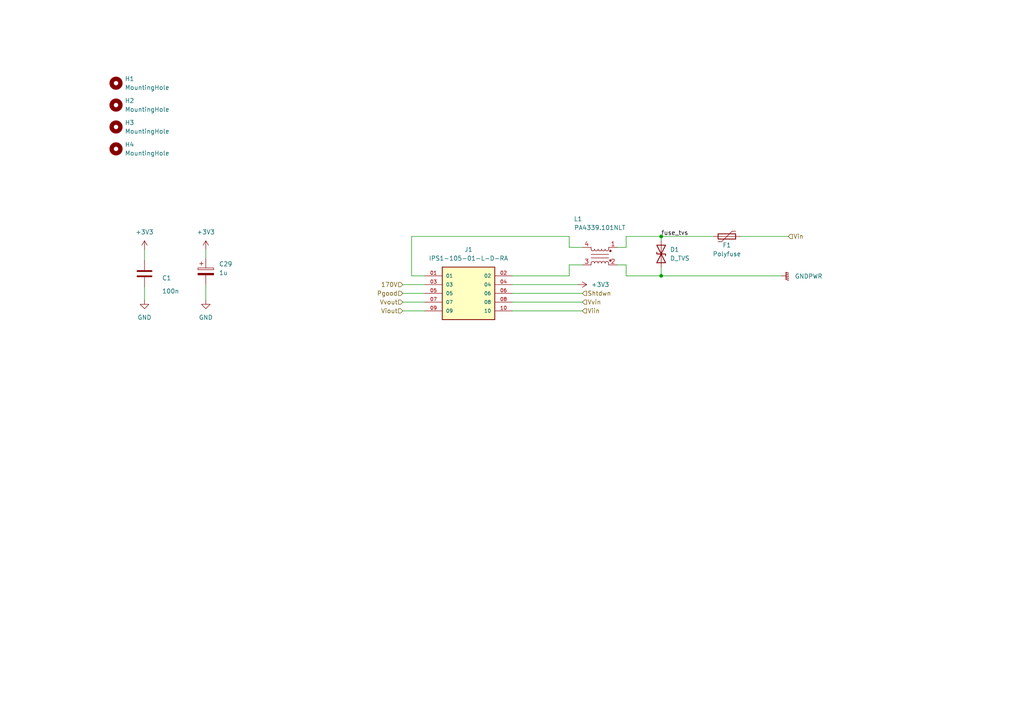
<source format=kicad_sch>
(kicad_sch (version 20230121) (generator eeschema)
  (paper "A4")
  (lib_symbols
    (symbol "Device:C" (pin_numbers hide) (pin_names (offset 0.254))
      (property "Reference" "C" (at 0.635 2.54 0))
      (property "Value" "C" (at 0.635 -2.54 0))
      (symbol "C_0_1"
        (polyline (pts (xy -2.032 -0.762) (xy 2.032 -0.762)) (stroke (width 0.508)))
        (polyline (pts (xy -2.032 0.762) (xy 2.032 0.762)) (stroke (width 0.508)))
      )
      (symbol "C_1_1"
        (pin passive line (at 0 3.81 270) (length 2.794) (name "~") (number "1"))
        (pin passive line (at 0 -3.81 90) (length 2.794) (name "~") (number "2"))
      )
    )
    (symbol "Device:C_Polarized" (pin_numbers hide) (pin_names (offset 0.254))
      (property "Reference" "C" (at 0.635 2.54 0))
      (property "Value" "C_Polarized" (at 0.635 -2.54 0))
      (symbol "C_Polarized_0_1"
        (rectangle (start -2.286 0.508) (end 2.286 1.016))
        (polyline (pts (xy -1.778 2.286) (xy -0.762 2.286)))
        (polyline (pts (xy -1.27 2.794) (xy -1.27 1.778)))
        (rectangle (start 2.286 -0.508) (end -2.286 -1.016) (fill (type outline)))
      )
      (symbol "C_Polarized_1_1"
        (pin passive line (at 0 3.81 270) (length 2.794) (name "~") (number "1"))
        (pin passive line (at 0 -3.81 90) (length 2.794) (name "~") (number "2"))
      )
    )
    (symbol "Device:D_TVS" (pin_numbers hide) (pin_names (offset 1.016) hide)
      (property "Reference" "D" (at 0 2.54 0))
      (property "Value" "D_TVS" (at 0 -2.54 0))
      (symbol "D_TVS_0_1"
        (polyline (pts (xy 1.27 0) (xy -1.27 0)))
        (polyline (pts (xy 0.508 1.27) (xy 0 1.27) (xy 0 -1.27) (xy -0.508 -1.27)) (stroke (width 0.254)))
        (polyline (pts (xy -2.54 1.27) (xy -2.54 -1.27) (xy 2.54 1.27) (xy 2.54 -1.27) (xy -2.54 1.27)) (stroke (width 0.254)))
      )
      (symbol "D_TVS_1_1"
        (pin passive line (at -3.81 0 0) (length 2.54) (name "A1") (number "1"))
        (pin passive line (at 3.81 0 180) (length 2.54) (name "A2") (number "2"))
      )
    )
    (symbol "Device:Polyfuse" (pin_numbers hide) (pin_names (offset 0))
      (property "Reference" "F" (at -2.54 0 90))
      (property "Value" "Polyfuse" (at 2.54 0 90))
      (symbol "Polyfuse_0_1"
        (rectangle (start -0.762 2.54) (end 0.762 -2.54) (stroke (width 0.254)))
        (polyline (pts (xy 0 2.54) (xy 0 -2.54)))
        (polyline (pts (xy -1.524 2.54) (xy -1.524 1.524) (xy 1.524 -1.524) (xy 1.524 -2.54)))
      )
      (symbol "Polyfuse_1_1"
        (pin passive line (at 0 3.81 270) (length 1.27) (name "~") (number "1"))
        (pin passive line (at 0 -3.81 90) (length 1.27) (name "~") (number "2"))
      )
    )
    (symbol "Mechanical:MountingHole" (pin_names (offset 1.016))
      (property "Reference" "H" (at 0 5.08 0))
      (property "Value" "MountingHole" (at 0 3.175 0))
      (symbol "MountingHole_0_1"
        (circle (center 0 0) (radius 1.27) (stroke (width 1.27)))
      )
    )
    (symbol "Nixie_PSU:IPS1-105-01-L-D-RA" (pin_names (offset 1.016))
      (property "Reference" "J" (at -8.12 7.62 0))
      (property "Value" "IPS1-105-01-L-D-RA" (at -7.62 -10.16 0))
      (symbol "IPS1-105-01-L-D-RA_0_0"
        (rectangle (start -7.62 -7.62) (end 7.62 7.62) (stroke (width 0.254)) (fill (type background)))
        (pin passive line (at -12.7 5.08 0) (length 5.08) (name "01") (number "01"))
        (pin passive line (at 12.7 5.08 180) (length 5.08) (name "02") (number "02"))
        (pin passive line (at -12.7 2.54 0) (length 5.08) (name "03") (number "03"))
        (pin passive line (at 12.7 2.54 180) (length 5.08) (name "04") (number "04"))
        (pin passive line (at -12.7 0 0) (length 5.08) (name "05") (number "05"))
        (pin passive line (at 12.7 0 180) (length 5.08) (name "06") (number "06"))
        (pin passive line (at -12.7 -2.54 0) (length 5.08) (name "07") (number "07"))
        (pin passive line (at 12.7 -2.54 180) (length 5.08) (name "08") (number "08"))
        (pin passive line (at -12.7 -5.08 0) (length 5.08) (name "09") (number "09"))
        (pin passive line (at 12.7 -5.08 180) (length 5.08) (name "10") (number "10"))
      )
    )
    (symbol "Nixie_PSU:PA4339.101NLT"
      (property "Reference" "L" (at 6.35 3.81 0))
      (symbol "PA4339.101NLT_1_1"
        (circle (center -3.048 -2.54) (radius 0.254) (fill (type outline)))
        (circle (center -3.048 0.254) (radius 0.254) (fill (type outline)))
        (arc (start -2.54 0.762) (mid -2.032 0.2562) (end -1.524 0.762))
        (arc (start -1.524 -3.302) (mid -2.032 -2.7962) (end -2.54 -3.302))
        (arc (start -1.524 0.762) (mid -1.016 0.2562) (end -0.508 0.762))
        (arc (start -0.508 -3.302) (mid -1.016 -2.7962) (end -1.524 -3.302))
        (arc (start -0.508 0.762) (mid 0 0.2562) (end 0.508 0.762))
        (polyline (pts (xy -2.54 -3.302) (xy -2.54 -3.81)))
        (polyline (pts (xy -2.54 -0.762) (xy 2.54 -0.762)))
        (polyline (pts (xy -2.54 0.762) (xy -2.54 1.27)))
        (polyline (pts (xy 2.54 -3.302) (xy 2.54 -3.81)))
        (polyline (pts (xy 2.54 -1.778) (xy -2.54 -1.778)))
        (polyline (pts (xy 2.54 1.27) (xy 2.54 0.762)))
        (arc (start 0.508 -3.302) (mid 0 -2.7962) (end -0.508 -3.302))
        (arc (start 0.508 0.762) (mid 1.016 0.2562) (end 1.524 0.762))
        (arc (start 1.524 -3.302) (mid 1.016 -2.7962) (end 0.508 -3.302))
        (arc (start 1.524 0.762) (mid 2.032 0.2562) (end 2.54 0.762))
        (arc (start 2.54 -3.302) (mid 2.032 -2.7962) (end 1.524 -3.302))
        (pin passive line (at -5.08 1.27 0) (length 2.54) (name "~") (number "1"))
        (pin passive line (at -5.08 -3.81 0) (length 2.54) (name "~") (number "2"))
        (pin passive line (at 5.08 -3.81 180) (length 2.54) (name "~") (number "3"))
        (pin passive line (at 5.08 1.27 180) (length 2.54) (name "~") (number "4"))
      )
    )
    (symbol "power:+3V3" (power) (pin_names (offset 0))
      (property "Value" "+3V3" (at 0 3.556 0))
      (symbol "+3V3_0_1"
        (polyline (pts (xy -0.762 1.27) (xy 0 2.54)))
        (polyline (pts (xy 0 0) (xy 0 2.54)))
        (polyline (pts (xy 0 2.54) (xy 0.762 1.27)))
      )
      (symbol "+3V3_1_1"
        (pin power_in line (at 0 0 90) (length 0) hide (name "+3V3") (number "1"))
      )
    )
    (symbol "power:GND" (power) (pin_names (offset 0))
      (property "Value" "GND" (at 0 -3.81 0))
      (symbol "GND_0_1"
        (polyline (pts (xy 0 0) (xy 0 -1.27) (xy 1.27 -1.27) (xy 0 -2.54) (xy -1.27 -1.27) (xy 0 -1.27)))
      )
      (symbol "GND_1_1"
        (pin power_in line (at 0 0 270) (length 0) hide (name "GND") (number "1"))
      )
    )
    (symbol "power:GNDPWR" (power) (pin_names (offset 0))
      (property "Value" "GNDPWR" (at 0 -3.302 0))
      (symbol "GNDPWR_0_1"
        (polyline (pts (xy 0 -1.27) (xy 0 0)))
        (polyline (pts (xy -1.016 -1.27) (xy -1.27 -2.032) (xy -1.27 -2.032)) (stroke (width 0.2032)))
        (polyline (pts (xy -0.508 -1.27) (xy -0.762 -2.032) (xy -0.762 -2.032)) (stroke (width 0.2032)))
        (polyline (pts (xy 0 -1.27) (xy -0.254 -2.032) (xy -0.254 -2.032)) (stroke (width 0.2032)))
        (polyline (pts (xy 0.508 -1.27) (xy 0.254 -2.032) (xy 0.254 -2.032)) (stroke (width 0.2032)))
        (polyline (pts (xy 1.016 -1.27) (xy -1.016 -1.27) (xy -1.016 -1.27)) (stroke (width 0.2032)))
        (polyline (pts (xy 1.016 -1.27) (xy 0.762 -2.032) (xy 0.762 -2.032) (xy 0.762 -2.032)) (stroke (width 0.2032)))
      )
      (symbol "GNDPWR_1_1"
        (pin power_in line (at 0 0 270) (length 0) hide (name "GNDPWR") (number "1"))
      )
    )
  )
  (junction (at 191.77 68.58))
  (junction (at 191.77 80.01))
  (wire (pts (xy 191.77 68.58) (xy 207.01 68.58)))
  (wire (pts (xy 168.91 71.755) (xy 165.1 71.755)))
  (wire (pts (xy 116.84 87.63) (xy 123.19 87.63)))
  (wire (pts (xy 179.07 76.835) (xy 181.61 76.835)))
  (wire (pts (xy 181.61 80.01) (xy 191.77 80.01)))
  (wire (pts (xy 148.59 80.01) (xy 165.1 80.01)))
  (wire (pts (xy 41.91 72.39) (xy 41.91 75.565)))
  (wire (pts (xy 116.84 85.09) (xy 123.19 85.09)))
  (wire (pts (xy 41.91 83.185) (xy 41.91 86.995)))
  (wire (pts (xy 59.69 82.55) (xy 59.69 86.995)))
  (wire (pts (xy 191.77 77.47) (xy 191.77 80.01)))
  (wire (pts (xy 119.38 68.58) (xy 119.38 80.01)))
  (wire (pts (xy 148.59 82.55) (xy 167.64 82.55)))
  (wire (pts (xy 148.59 85.09) (xy 168.91 85.09)))
  (wire (pts (xy 181.61 71.755) (xy 179.07 71.755)))
  (wire (pts (xy 116.84 82.55) (xy 123.19 82.55)))
  (wire (pts (xy 191.77 68.58) (xy 181.61 68.58)))
  (wire (pts (xy 165.1 71.755) (xy 165.1 68.58)))
  (wire (pts (xy 181.61 71.755) (xy 181.61 68.58)))
  (wire (pts (xy 214.63 68.58) (xy 228.6 68.58)))
  (wire (pts (xy 165.1 76.835) (xy 165.1 80.01)))
  (wire (pts (xy 59.69 72.39) (xy 59.69 74.93)))
  (wire (pts (xy 168.91 76.835) (xy 165.1 76.835)))
  (wire (pts (xy 191.77 68.58) (xy 191.77 69.85)))
  (wire (pts (xy 148.59 87.63) (xy 168.91 87.63)))
  (wire (pts (xy 148.59 90.17) (xy 168.91 90.17)))
  (wire (pts (xy 119.38 68.58) (xy 165.1 68.58)))
  (wire (pts (xy 191.77 80.01) (xy 226.695 80.01)))
  (wire (pts (xy 116.84 90.17) (xy 123.19 90.17)))
  (wire (pts (xy 119.38 80.01) (xy 123.19 80.01)))
  (wire (pts (xy 181.61 76.835) (xy 181.61 80.01)))
  (label "fuse_tvs" (at 191.77 68.58 0))
  (hierarchical_label "Vin" (shape input) (at 228.6 68.58 0))
  (hierarchical_label "Shtdwn" (shape input) (at 168.91 85.09 0))
  (hierarchical_label "Viout" (shape input) (at 116.84 90.17 180))
  (hierarchical_label "Viin" (shape input) (at 168.91 90.17 0))
  (hierarchical_label "Vvin" (shape input) (at 168.91 87.63 0))
  (hierarchical_label "Pgood" (shape input) (at 116.84 85.09 180))
  (hierarchical_label "Vvout" (shape input) (at 116.84 87.63 180))
  (hierarchical_label "170V" (shape input) (at 116.84 82.55 180))
  (symbol (lib_id "Device:C") (at 41.91 79.375 0) (unit 1)
    (property "Reference" "C1" (at 46.99 80.645 0) (effects (justify left)))
    (property "Value" "100n" (at 46.99 84.455 0) (effects (justify left)))
    (property "Footprint" "Capacitor_SMD:C_0805_2012Metric_Pad1.18x1.45mm_HandSolder" (effects hide))
    (property "MPN" "CL21B104KCFNNNE" (effects hide))
    (property "Voltage" "100 V" (effects hide))
  )
  (symbol (lib_id "Mechanical:MountingHole") (at 33.655 36.83 0) (unit 1) (in_bom no)
    (property "Reference" "H3" (at 36.195 35.56 0) (effects (justify left)))
    (property "Value" "MountingHole" (at 36.195 38.1 0) (effects (justify left)))
    (property "Footprint" "MountingHole:MountingHole_3.2mm_M3_ISO7380" (effects hide))
    (property "MPN" "N/A" (effects hide))
    (property "Voltage" "N/A" (effects hide))
  )
  (symbol (lib_id "Device:D_TVS") (at 191.77 73.66 90) (unit 1)
    (property "Reference" "D1" (at 194.31 72.39 90) (effects (justify right)))
    (property "Value" "D_TVS" (at 194.31 74.93 90) (effects (justify right)))
    (property "Footprint" "Diode_SMD:D_SOD-123" (effects hide))
    (property "MPN" "ATV02W150B-HF" (effects hide))
    (property "Voltage" "18V5" (effects hide))
  )
  (symbol (lib_id "Nixie_PSU:PA4339.101NLT") (at 173.99 73.025 0) (mirror y) (unit 1)
    (property "Reference" "L1" (at 167.64 63.5 0))
    (property "Value" "PA4339.101NLT" (at 173.99 66.04 0))
    (property "Footprint" "nixie_psu_lib:PA4339101NLT" (effects hide))
    (property "MPN" "PA4339.101NLT" (effects hide))
    (property "Voltage" "80 V" (effects hide))
  )
  (symbol (lib_id "Device:C_Polarized") (at 59.69 78.74 0) (unit 1)
    (property "Reference" "C29" (at 63.5 76.581 0) (effects (justify left)))
    (property "Value" "1u" (at 63.5 79.121 0) (effects (justify left)))
    (property "Footprint" "Capacitor_SMD:CP_Elec_4x5.7" (effects hide))
    (property "MPN" "865060640001" (effects hide))
    (property "Voltage" "50 V" (effects hide))
  )
  (symbol (lib_id "Nixie_PSU:IPS1-105-01-L-D-RA") (at 135.89 85.09 0) (unit 1)
    (property "Reference" "J1" (at 135.89 72.39 0))
    (property "Value" "IPS1-105-01-L-D-RA" (at 135.89 74.93 0))
    (property "Footprint" "nixie_psu_lib:SAMTEC_IPS1-105-01-L-D-RA" (effects hide))
    (property "MPN" "IPS1-105-01-L-D-RA" (effects hide))
    (property "Voltage" "1.095 kVDC" (effects hide))
  )
  (symbol (lib_id "Device:Polyfuse") (at 210.82 68.58 90) (unit 1)
    (property "Reference" "F1" (at 210.82 71.12 90))
    (property "Value" "Polyfuse" (at 210.82 73.66 90))
    (property "Footprint" "Fuse:Fuse_1812_4532Metric_Pad1.30x3.40mm_HandSolder" (effects hide))
    (property "MPN" "0ZCG0200AF2B" (effects hide))
    (property "Voltage" "16 V" (effects hide))
  )
  (symbol (lib_id "power:+3V3") (at 167.64 82.55 270) (unit 1)
    (property "Reference" "#PWR03" (effects hide))
    (property "Value" "+3V3" (at 171.45 82.55 90) (effects (justify left)))
  )
  (symbol (lib_id "power:GND") (at 41.91 86.995 0) (unit 1)
    (property "Reference" "#PWR04" (effects hide))
    (property "Value" "GND" (at 41.91 92.075 0))
  )
  (symbol (lib_id "Mechanical:MountingHole") (at 33.655 43.18 0) (unit 1) (in_bom no)
    (property "Reference" "H4" (at 36.195 41.91 0) (effects (justify left)))
    (property "Value" "MountingHole" (at 36.195 44.45 0) (effects (justify left)))
    (property "Footprint" "MountingHole:MountingHole_3.2mm_M3_ISO7380" (effects hide))
    (property "MPN" "N/A" (effects hide))
    (property "Voltage" "N/A" (effects hide))
  )
  (symbol (lib_id "Mechanical:MountingHole") (at 33.655 30.48 0) (unit 1) (in_bom no)
    (property "Reference" "H2" (at 36.195 29.21 0) (effects (justify left)))
    (property "Value" "MountingHole" (at 36.195 31.75 0) (effects (justify left)))
    (property "Footprint" "MountingHole:MountingHole_3.2mm_M3_ISO7380" (effects hide))
    (property "MPN" "N/A" (effects hide))
    (property "Voltage" "N/A" (effects hide))
  )
  (symbol (lib_id "power:+3V3") (at 41.91 72.39 0) (unit 1)
    (property "Reference" "#PWR02" (effects hide))
    (property "Value" "+3V3" (at 41.91 67.31 0))
  )
  (symbol (lib_id "power:+3V3") (at 59.69 72.39 0) (unit 1)
    (property "Reference" "#PWR062" (effects hide))
    (property "Value" "+3V3" (at 59.69 67.31 0))
  )
  (symbol (lib_id "power:GNDPWR") (at 226.695 80.01 90) (unit 1)
    (property "Reference" "#PWR01" (effects hide))
    (property "Value" "GNDPWR" (at 230.505 80.137 90) (effects (justify right)))
  )
  (symbol (lib_id "Mechanical:MountingHole") (at 33.655 24.13 0) (unit 1) (in_bom no)
    (property "Reference" "H1" (at 36.195 22.86 0) (effects (justify left)))
    (property "Value" "MountingHole" (at 36.195 25.4 0) (effects (justify left)))
    (property "Footprint" "MountingHole:MountingHole_3.2mm_M3_ISO7380" (effects hide))
    (property "MPN" "N/A" (effects hide))
    (property "Voltage" "N/A" (effects hide))
  )
  (symbol (lib_id "power:GND") (at 59.69 86.995 0) (unit 1)
    (property "Reference" "#PWR063" (effects hide))
    (property "Value" "GND" (at 59.69 92.075 0))
  )
)
</source>
